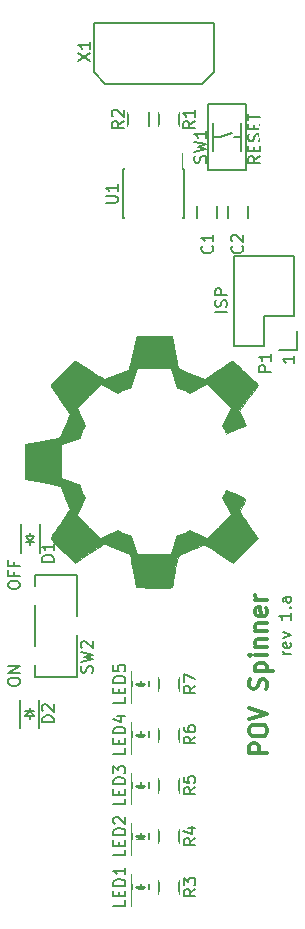
<source format=gto>
G04 #@! TF.GenerationSoftware,KiCad,Pcbnew,(2017-01-24 revision 0b6147e)-makepkg*
G04 #@! TF.CreationDate,2017-06-09T22:20:51-07:00*
G04 #@! TF.ProjectId,POVSpinner,504F565370696E6E65722E6B69636164,rev?*
G04 #@! TF.FileFunction,Legend,Top*
G04 #@! TF.FilePolarity,Positive*
%FSLAX46Y46*%
G04 Gerber Fmt 4.6, Leading zero omitted, Abs format (unit mm)*
G04 Created by KiCad (PCBNEW (2017-01-24 revision 0b6147e)-makepkg) date 06/09/17 22:20:51*
%MOMM*%
%LPD*%
G01*
G04 APERTURE LIST*
%ADD10C,0.100000*%
%ADD11C,0.150000*%
%ADD12C,0.300000*%
%ADD13C,0.010000*%
%ADD14C,0.127000*%
%ADD15C,0.007620*%
%ADD16C,0.152400*%
%ADD17R,1.000000X1.950000*%
%ADD18C,3.500000*%
%ADD19R,1.650000X1.400000*%
%ADD20R,1.598880X1.598880*%
%ADD21R,1.700000X1.100000*%
%ADD22R,0.901700X1.303020*%
%ADD23R,1.800000X1.600000*%
%ADD24C,1.300000*%
%ADD25C,1.504000*%
%ADD26C,1.650006*%
%ADD27R,2.299920X2.299920*%
%ADD28R,0.652780X1.602740*%
%ADD29C,1.900000*%
%ADD30C,13.100000*%
%ADD31R,2.127200X2.127200*%
%ADD32O,2.127200X2.127200*%
%ADD33R,1.230000X1.030000*%
G04 APERTURE END LIST*
D10*
D11*
X136432380Y-77134285D02*
X136432380Y-77705714D01*
X136432380Y-77420000D02*
X135432380Y-77420000D01*
X135575238Y-77515238D01*
X135670476Y-77610476D01*
X135718095Y-77705714D01*
X136132380Y-102398571D02*
X135465714Y-102398571D01*
X135656190Y-102398571D02*
X135560952Y-102350952D01*
X135513333Y-102303333D01*
X135465714Y-102208095D01*
X135465714Y-102112857D01*
X136084761Y-101398571D02*
X136132380Y-101493809D01*
X136132380Y-101684285D01*
X136084761Y-101779523D01*
X135989523Y-101827142D01*
X135608571Y-101827142D01*
X135513333Y-101779523D01*
X135465714Y-101684285D01*
X135465714Y-101493809D01*
X135513333Y-101398571D01*
X135608571Y-101350952D01*
X135703809Y-101350952D01*
X135799047Y-101827142D01*
X135465714Y-101017619D02*
X136132380Y-100779523D01*
X135465714Y-100541428D01*
X136132380Y-98874761D02*
X136132380Y-99446190D01*
X136132380Y-99160476D02*
X135132380Y-99160476D01*
X135275238Y-99255714D01*
X135370476Y-99350952D01*
X135418095Y-99446190D01*
X136037142Y-98446190D02*
X136084761Y-98398571D01*
X136132380Y-98446190D01*
X136084761Y-98493809D01*
X136037142Y-98446190D01*
X136132380Y-98446190D01*
X136132380Y-97541428D02*
X135608571Y-97541428D01*
X135513333Y-97589047D01*
X135465714Y-97684285D01*
X135465714Y-97874761D01*
X135513333Y-97970000D01*
X136084761Y-97541428D02*
X136132380Y-97636666D01*
X136132380Y-97874761D01*
X136084761Y-97970000D01*
X135989523Y-98017619D01*
X135894285Y-98017619D01*
X135799047Y-97970000D01*
X135751428Y-97874761D01*
X135751428Y-97636666D01*
X135703809Y-97541428D01*
D12*
X134118571Y-110767142D02*
X132618571Y-110767142D01*
X132618571Y-110195714D01*
X132690000Y-110052857D01*
X132761428Y-109981428D01*
X132904285Y-109910000D01*
X133118571Y-109910000D01*
X133261428Y-109981428D01*
X133332857Y-110052857D01*
X133404285Y-110195714D01*
X133404285Y-110767142D01*
X132618571Y-108981428D02*
X132618571Y-108695714D01*
X132690000Y-108552857D01*
X132832857Y-108410000D01*
X133118571Y-108338571D01*
X133618571Y-108338571D01*
X133904285Y-108410000D01*
X134047142Y-108552857D01*
X134118571Y-108695714D01*
X134118571Y-108981428D01*
X134047142Y-109124285D01*
X133904285Y-109267142D01*
X133618571Y-109338571D01*
X133118571Y-109338571D01*
X132832857Y-109267142D01*
X132690000Y-109124285D01*
X132618571Y-108981428D01*
X132618571Y-107910000D02*
X134118571Y-107410000D01*
X132618571Y-106910000D01*
X134047142Y-105338571D02*
X134118571Y-105124285D01*
X134118571Y-104767142D01*
X134047142Y-104624285D01*
X133975714Y-104552857D01*
X133832857Y-104481428D01*
X133690000Y-104481428D01*
X133547142Y-104552857D01*
X133475714Y-104624285D01*
X133404285Y-104767142D01*
X133332857Y-105052857D01*
X133261428Y-105195714D01*
X133190000Y-105267142D01*
X133047142Y-105338571D01*
X132904285Y-105338571D01*
X132761428Y-105267142D01*
X132690000Y-105195714D01*
X132618571Y-105052857D01*
X132618571Y-104695714D01*
X132690000Y-104481428D01*
X133118571Y-103838571D02*
X134618571Y-103838571D01*
X133190000Y-103838571D02*
X133118571Y-103695714D01*
X133118571Y-103410000D01*
X133190000Y-103267142D01*
X133261428Y-103195714D01*
X133404285Y-103124285D01*
X133832857Y-103124285D01*
X133975714Y-103195714D01*
X134047142Y-103267142D01*
X134118571Y-103410000D01*
X134118571Y-103695714D01*
X134047142Y-103838571D01*
X134118571Y-102481428D02*
X133118571Y-102481428D01*
X132618571Y-102481428D02*
X132690000Y-102552857D01*
X132761428Y-102481428D01*
X132690000Y-102410000D01*
X132618571Y-102481428D01*
X132761428Y-102481428D01*
X133118571Y-101767142D02*
X134118571Y-101767142D01*
X133261428Y-101767142D02*
X133190000Y-101695714D01*
X133118571Y-101552857D01*
X133118571Y-101338571D01*
X133190000Y-101195714D01*
X133332857Y-101124285D01*
X134118571Y-101124285D01*
X133118571Y-100410000D02*
X134118571Y-100410000D01*
X133261428Y-100410000D02*
X133190000Y-100338571D01*
X133118571Y-100195714D01*
X133118571Y-99981428D01*
X133190000Y-99838571D01*
X133332857Y-99767142D01*
X134118571Y-99767142D01*
X134047142Y-98481428D02*
X134118571Y-98624285D01*
X134118571Y-98910000D01*
X134047142Y-99052857D01*
X133904285Y-99124285D01*
X133332857Y-99124285D01*
X133190000Y-99052857D01*
X133118571Y-98910000D01*
X133118571Y-98624285D01*
X133190000Y-98481428D01*
X133332857Y-98410000D01*
X133475714Y-98410000D01*
X133618571Y-99124285D01*
X134118571Y-97767142D02*
X133118571Y-97767142D01*
X133404285Y-97767142D02*
X133261428Y-97695714D01*
X133190000Y-97624285D01*
X133118571Y-97481428D01*
X133118571Y-97338571D01*
D11*
X130712380Y-73416190D02*
X129712380Y-73416190D01*
X130664761Y-72987619D02*
X130712380Y-72844761D01*
X130712380Y-72606666D01*
X130664761Y-72511428D01*
X130617142Y-72463809D01*
X130521904Y-72416190D01*
X130426666Y-72416190D01*
X130331428Y-72463809D01*
X130283809Y-72511428D01*
X130236190Y-72606666D01*
X130188571Y-72797142D01*
X130140952Y-72892380D01*
X130093333Y-72940000D01*
X129998095Y-72987619D01*
X129902857Y-72987619D01*
X129807619Y-72940000D01*
X129760000Y-72892380D01*
X129712380Y-72797142D01*
X129712380Y-72559047D01*
X129760000Y-72416190D01*
X130712380Y-71987619D02*
X129712380Y-71987619D01*
X129712380Y-71606666D01*
X129760000Y-71511428D01*
X129807619Y-71463809D01*
X129902857Y-71416190D01*
X130045714Y-71416190D01*
X130140952Y-71463809D01*
X130188571Y-71511428D01*
X130236190Y-71606666D01*
X130236190Y-71987619D01*
X112192380Y-104797619D02*
X112192380Y-104607142D01*
X112240000Y-104511904D01*
X112335238Y-104416666D01*
X112525714Y-104369047D01*
X112859047Y-104369047D01*
X113049523Y-104416666D01*
X113144761Y-104511904D01*
X113192380Y-104607142D01*
X113192380Y-104797619D01*
X113144761Y-104892857D01*
X113049523Y-104988095D01*
X112859047Y-105035714D01*
X112525714Y-105035714D01*
X112335238Y-104988095D01*
X112240000Y-104892857D01*
X112192380Y-104797619D01*
X113192380Y-103940476D02*
X112192380Y-103940476D01*
X113192380Y-103369047D01*
X112192380Y-103369047D01*
X112192380Y-96607142D02*
X112192380Y-96416666D01*
X112240000Y-96321428D01*
X112335238Y-96226190D01*
X112525714Y-96178571D01*
X112859047Y-96178571D01*
X113049523Y-96226190D01*
X113144761Y-96321428D01*
X113192380Y-96416666D01*
X113192380Y-96607142D01*
X113144761Y-96702380D01*
X113049523Y-96797619D01*
X112859047Y-96845238D01*
X112525714Y-96845238D01*
X112335238Y-96797619D01*
X112240000Y-96702380D01*
X112192380Y-96607142D01*
X112668571Y-95416666D02*
X112668571Y-95750000D01*
X113192380Y-95750000D02*
X112192380Y-95750000D01*
X112192380Y-95273809D01*
X112668571Y-94559523D02*
X112668571Y-94892857D01*
X113192380Y-94892857D02*
X112192380Y-94892857D01*
X112192380Y-94416666D01*
X133512380Y-60232380D02*
X133036190Y-60565714D01*
X133512380Y-60803809D02*
X132512380Y-60803809D01*
X132512380Y-60422857D01*
X132560000Y-60327619D01*
X132607619Y-60280000D01*
X132702857Y-60232380D01*
X132845714Y-60232380D01*
X132940952Y-60280000D01*
X132988571Y-60327619D01*
X133036190Y-60422857D01*
X133036190Y-60803809D01*
X132988571Y-59803809D02*
X132988571Y-59470476D01*
X133512380Y-59327619D02*
X133512380Y-59803809D01*
X132512380Y-59803809D01*
X132512380Y-59327619D01*
X133464761Y-58946666D02*
X133512380Y-58803809D01*
X133512380Y-58565714D01*
X133464761Y-58470476D01*
X133417142Y-58422857D01*
X133321904Y-58375238D01*
X133226666Y-58375238D01*
X133131428Y-58422857D01*
X133083809Y-58470476D01*
X133036190Y-58565714D01*
X132988571Y-58756190D01*
X132940952Y-58851428D01*
X132893333Y-58899047D01*
X132798095Y-58946666D01*
X132702857Y-58946666D01*
X132607619Y-58899047D01*
X132560000Y-58851428D01*
X132512380Y-58756190D01*
X132512380Y-58518095D01*
X132560000Y-58375238D01*
X132988571Y-57946666D02*
X132988571Y-57613333D01*
X133512380Y-57470476D02*
X133512380Y-57946666D01*
X132512380Y-57946666D01*
X132512380Y-57470476D01*
X132512380Y-57184761D02*
X132512380Y-56613333D01*
X133512380Y-56899047D02*
X132512380Y-56899047D01*
X127075000Y-61325000D02*
X126930000Y-61325000D01*
X127075000Y-65475000D02*
X126930000Y-65475000D01*
X121925000Y-65475000D02*
X122070000Y-65475000D01*
X121925000Y-61325000D02*
X122070000Y-61325000D01*
X127075000Y-61325000D02*
X127075000Y-65475000D01*
X121925000Y-61325000D02*
X121925000Y-65475000D01*
X126930000Y-61325000D02*
X126930000Y-59925000D01*
D13*
G36*
X114642333Y-84423284D02*
X115090432Y-84337041D01*
X115527187Y-84250559D01*
X115898126Y-84174757D01*
X116120665Y-84126951D01*
X116582997Y-84023000D01*
X116985915Y-83091666D01*
X117143126Y-82721412D01*
X117272089Y-82404632D01*
X117359342Y-82175307D01*
X117391417Y-82067992D01*
X117345893Y-81970820D01*
X117218298Y-81760823D01*
X117024820Y-81463087D01*
X116781643Y-81102697D01*
X116589667Y-80825366D01*
X116321453Y-80437856D01*
X116091164Y-80097627D01*
X115914968Y-79829178D01*
X115809031Y-79657005D01*
X115785333Y-79606645D01*
X115842849Y-79521825D01*
X115999065Y-79345183D01*
X116229482Y-79101071D01*
X116509602Y-78813840D01*
X116814926Y-78507841D01*
X117120956Y-78207425D01*
X117403193Y-77936943D01*
X117637138Y-77720746D01*
X117798294Y-77583185D01*
X117858343Y-77546119D01*
X117954653Y-77591015D01*
X118165511Y-77715031D01*
X118465296Y-77902283D01*
X118828384Y-78136885D01*
X119087333Y-78308000D01*
X119482514Y-78565834D01*
X119836356Y-78786353D01*
X120121805Y-78953497D01*
X120311811Y-79051205D01*
X120370618Y-79069881D01*
X120499541Y-79038042D01*
X120743346Y-78953167D01*
X121062664Y-78831368D01*
X121418122Y-78688759D01*
X121770352Y-78541450D01*
X122079981Y-78405554D01*
X122307639Y-78297184D01*
X122412129Y-78234404D01*
X122450575Y-78131888D01*
X122512669Y-77893006D01*
X122591376Y-77547924D01*
X122679662Y-77126806D01*
X122731387Y-76865279D01*
X122822112Y-76414216D01*
X122907450Y-76021883D01*
X122980321Y-75718503D01*
X123033648Y-75534301D01*
X123052512Y-75494287D01*
X123155986Y-75473019D01*
X123399826Y-75457098D01*
X123755125Y-75447384D01*
X124192974Y-75444739D01*
X124592614Y-75448437D01*
X126063636Y-75471666D01*
X126322518Y-76826271D01*
X126581399Y-78180875D01*
X127705309Y-78625188D01*
X128829218Y-79069500D01*
X129975154Y-78302543D01*
X130364897Y-78046294D01*
X130707553Y-77829678D01*
X130977882Y-77667967D01*
X131150647Y-77576428D01*
X131199252Y-77561959D01*
X131290528Y-77628549D01*
X131474510Y-77787865D01*
X131726403Y-78016335D01*
X132021411Y-78290389D01*
X132334736Y-78586452D01*
X132641583Y-78880954D01*
X132917155Y-79150321D01*
X133136656Y-79370983D01*
X133275289Y-79519366D01*
X133311333Y-79569761D01*
X133264806Y-79657513D01*
X133136360Y-79857896D01*
X132942699Y-80145893D01*
X132700527Y-80496487D01*
X132541064Y-80723404D01*
X131770794Y-81812768D01*
X132048688Y-82387203D01*
X132177061Y-82666247D01*
X132263411Y-82880938D01*
X132292011Y-82991480D01*
X132289791Y-82997266D01*
X132201293Y-83040844D01*
X131987304Y-83133323D01*
X131679752Y-83261218D01*
X131310568Y-83411040D01*
X131303608Y-83413833D01*
X130354216Y-83794773D01*
X130001306Y-83146886D01*
X129605211Y-82541374D01*
X129091401Y-81938011D01*
X128503217Y-81378786D01*
X127884002Y-80905683D01*
X127384667Y-80612042D01*
X126398338Y-80209988D01*
X125391968Y-79974495D01*
X124376029Y-79905563D01*
X123360992Y-80003194D01*
X122357329Y-80267385D01*
X121542667Y-80612042D01*
X120980190Y-80951700D01*
X120399907Y-81405097D01*
X119845293Y-81930707D01*
X119359818Y-82487004D01*
X118986956Y-83032464D01*
X118961540Y-83077557D01*
X118537995Y-84009547D01*
X118274079Y-84970910D01*
X118167120Y-85944709D01*
X118214448Y-86914009D01*
X118413392Y-87861874D01*
X118761280Y-88771367D01*
X119255442Y-89625552D01*
X119893206Y-90407494D01*
X120158823Y-90669333D01*
X120750857Y-91170717D01*
X121347143Y-91562971D01*
X122011605Y-91884688D01*
X122451884Y-92053623D01*
X122750240Y-92156566D01*
X122997865Y-92228615D01*
X123236567Y-92275258D01*
X123508156Y-92301985D01*
X123854442Y-92314283D01*
X124317234Y-92317641D01*
X124463667Y-92317727D01*
X124964077Y-92315809D01*
X125336977Y-92306397D01*
X125624173Y-92284001D01*
X125867478Y-92243132D01*
X126108699Y-92178303D01*
X126389648Y-92084024D01*
X126475449Y-92053623D01*
X127193220Y-91762623D01*
X127806610Y-91426886D01*
X128380495Y-91006795D01*
X128803161Y-90632201D01*
X129072846Y-90353870D01*
X129359529Y-90017240D01*
X129640741Y-89653854D01*
X129894015Y-89295251D01*
X130096883Y-88972974D01*
X130226877Y-88718564D01*
X130263333Y-88582369D01*
X130314272Y-88451380D01*
X130336233Y-88432939D01*
X130442988Y-88443559D01*
X130665017Y-88510010D01*
X130964025Y-88616772D01*
X131301718Y-88748327D01*
X131639801Y-88889157D01*
X131939981Y-89023742D01*
X132163963Y-89136565D01*
X132273453Y-89212106D01*
X132277806Y-89219752D01*
X132254590Y-89336799D01*
X132163292Y-89549615D01*
X132040162Y-89782379D01*
X131906563Y-90042418D01*
X131825293Y-90253610D01*
X131813012Y-90360130D01*
X131874749Y-90464608D01*
X132016702Y-90679323D01*
X132220324Y-90976964D01*
X132467071Y-91330219D01*
X132582929Y-91493987D01*
X132838039Y-91855034D01*
X133054140Y-92164343D01*
X133214097Y-92397116D01*
X133300779Y-92528557D01*
X133311333Y-92548270D01*
X133254425Y-92614321D01*
X133096558Y-92779833D01*
X132857017Y-93025038D01*
X132555090Y-93330171D01*
X132264038Y-93621655D01*
X131216743Y-94666435D01*
X130064941Y-93895551D01*
X129673704Y-93636767D01*
X129329638Y-93414964D01*
X129058007Y-93245972D01*
X128884075Y-93145621D01*
X128834600Y-93124666D01*
X128709486Y-93155645D01*
X128467419Y-93238546D01*
X128146077Y-93358313D01*
X127783136Y-93499894D01*
X127416273Y-93648234D01*
X127083165Y-93788279D01*
X126821488Y-93904975D01*
X126668919Y-93983267D01*
X126649170Y-93997875D01*
X126598021Y-94114025D01*
X126526559Y-94363988D01*
X126443073Y-94714677D01*
X126355853Y-95133007D01*
X126327026Y-95283666D01*
X126243932Y-95722248D01*
X126168508Y-96109703D01*
X126107668Y-96411284D01*
X126068321Y-96592245D01*
X126061372Y-96619094D01*
X126033142Y-96672952D01*
X125969121Y-96711471D01*
X125845619Y-96736603D01*
X125638946Y-96750302D01*
X125325415Y-96754520D01*
X124881334Y-96751212D01*
X124520849Y-96746094D01*
X123024333Y-96723000D01*
X122832349Y-95749333D01*
X122746056Y-95312329D01*
X122662240Y-94888984D01*
X122591790Y-94534238D01*
X122553294Y-94341353D01*
X122466224Y-93907040D01*
X121432005Y-93473520D01*
X121043926Y-93312765D01*
X120712240Y-93178984D01*
X120467990Y-93084430D01*
X120342215Y-93041358D01*
X120333911Y-93040000D01*
X120245740Y-93084826D01*
X120041626Y-93209006D01*
X119745934Y-93397097D01*
X119383031Y-93633654D01*
X119071472Y-93840215D01*
X117872908Y-94640431D01*
X117146621Y-93974505D01*
X116676791Y-93539479D01*
X116322742Y-93200419D01*
X116071710Y-92943061D01*
X115910932Y-92753144D01*
X115827644Y-92616404D01*
X115809082Y-92518579D01*
X115816515Y-92488196D01*
X115882251Y-92372794D01*
X116028024Y-92147067D01*
X116235482Y-91838506D01*
X116486275Y-91474603D01*
X116632199Y-91266270D01*
X116893782Y-90889526D01*
X117116613Y-90558329D01*
X117283876Y-90298499D01*
X117378754Y-90135855D01*
X117394000Y-90096690D01*
X117362767Y-89993463D01*
X117279673Y-89773327D01*
X117160626Y-89474554D01*
X117021535Y-89135416D01*
X116878308Y-88794186D01*
X116746852Y-88489135D01*
X116643076Y-88258536D01*
X116582888Y-88140661D01*
X116578661Y-88135130D01*
X116488356Y-88108875D01*
X116258817Y-88058680D01*
X115917556Y-87990099D01*
X115492085Y-87908687D01*
X115085575Y-87833693D01*
X113626333Y-87568791D01*
X113626333Y-84615666D01*
X114642333Y-84423284D01*
X114642333Y-84423284D01*
G37*
X114642333Y-84423284D02*
X115090432Y-84337041D01*
X115527187Y-84250559D01*
X115898126Y-84174757D01*
X116120665Y-84126951D01*
X116582997Y-84023000D01*
X116985915Y-83091666D01*
X117143126Y-82721412D01*
X117272089Y-82404632D01*
X117359342Y-82175307D01*
X117391417Y-82067992D01*
X117345893Y-81970820D01*
X117218298Y-81760823D01*
X117024820Y-81463087D01*
X116781643Y-81102697D01*
X116589667Y-80825366D01*
X116321453Y-80437856D01*
X116091164Y-80097627D01*
X115914968Y-79829178D01*
X115809031Y-79657005D01*
X115785333Y-79606645D01*
X115842849Y-79521825D01*
X115999065Y-79345183D01*
X116229482Y-79101071D01*
X116509602Y-78813840D01*
X116814926Y-78507841D01*
X117120956Y-78207425D01*
X117403193Y-77936943D01*
X117637138Y-77720746D01*
X117798294Y-77583185D01*
X117858343Y-77546119D01*
X117954653Y-77591015D01*
X118165511Y-77715031D01*
X118465296Y-77902283D01*
X118828384Y-78136885D01*
X119087333Y-78308000D01*
X119482514Y-78565834D01*
X119836356Y-78786353D01*
X120121805Y-78953497D01*
X120311811Y-79051205D01*
X120370618Y-79069881D01*
X120499541Y-79038042D01*
X120743346Y-78953167D01*
X121062664Y-78831368D01*
X121418122Y-78688759D01*
X121770352Y-78541450D01*
X122079981Y-78405554D01*
X122307639Y-78297184D01*
X122412129Y-78234404D01*
X122450575Y-78131888D01*
X122512669Y-77893006D01*
X122591376Y-77547924D01*
X122679662Y-77126806D01*
X122731387Y-76865279D01*
X122822112Y-76414216D01*
X122907450Y-76021883D01*
X122980321Y-75718503D01*
X123033648Y-75534301D01*
X123052512Y-75494287D01*
X123155986Y-75473019D01*
X123399826Y-75457098D01*
X123755125Y-75447384D01*
X124192974Y-75444739D01*
X124592614Y-75448437D01*
X126063636Y-75471666D01*
X126322518Y-76826271D01*
X126581399Y-78180875D01*
X127705309Y-78625188D01*
X128829218Y-79069500D01*
X129975154Y-78302543D01*
X130364897Y-78046294D01*
X130707553Y-77829678D01*
X130977882Y-77667967D01*
X131150647Y-77576428D01*
X131199252Y-77561959D01*
X131290528Y-77628549D01*
X131474510Y-77787865D01*
X131726403Y-78016335D01*
X132021411Y-78290389D01*
X132334736Y-78586452D01*
X132641583Y-78880954D01*
X132917155Y-79150321D01*
X133136656Y-79370983D01*
X133275289Y-79519366D01*
X133311333Y-79569761D01*
X133264806Y-79657513D01*
X133136360Y-79857896D01*
X132942699Y-80145893D01*
X132700527Y-80496487D01*
X132541064Y-80723404D01*
X131770794Y-81812768D01*
X132048688Y-82387203D01*
X132177061Y-82666247D01*
X132263411Y-82880938D01*
X132292011Y-82991480D01*
X132289791Y-82997266D01*
X132201293Y-83040844D01*
X131987304Y-83133323D01*
X131679752Y-83261218D01*
X131310568Y-83411040D01*
X131303608Y-83413833D01*
X130354216Y-83794773D01*
X130001306Y-83146886D01*
X129605211Y-82541374D01*
X129091401Y-81938011D01*
X128503217Y-81378786D01*
X127884002Y-80905683D01*
X127384667Y-80612042D01*
X126398338Y-80209988D01*
X125391968Y-79974495D01*
X124376029Y-79905563D01*
X123360992Y-80003194D01*
X122357329Y-80267385D01*
X121542667Y-80612042D01*
X120980190Y-80951700D01*
X120399907Y-81405097D01*
X119845293Y-81930707D01*
X119359818Y-82487004D01*
X118986956Y-83032464D01*
X118961540Y-83077557D01*
X118537995Y-84009547D01*
X118274079Y-84970910D01*
X118167120Y-85944709D01*
X118214448Y-86914009D01*
X118413392Y-87861874D01*
X118761280Y-88771367D01*
X119255442Y-89625552D01*
X119893206Y-90407494D01*
X120158823Y-90669333D01*
X120750857Y-91170717D01*
X121347143Y-91562971D01*
X122011605Y-91884688D01*
X122451884Y-92053623D01*
X122750240Y-92156566D01*
X122997865Y-92228615D01*
X123236567Y-92275258D01*
X123508156Y-92301985D01*
X123854442Y-92314283D01*
X124317234Y-92317641D01*
X124463667Y-92317727D01*
X124964077Y-92315809D01*
X125336977Y-92306397D01*
X125624173Y-92284001D01*
X125867478Y-92243132D01*
X126108699Y-92178303D01*
X126389648Y-92084024D01*
X126475449Y-92053623D01*
X127193220Y-91762623D01*
X127806610Y-91426886D01*
X128380495Y-91006795D01*
X128803161Y-90632201D01*
X129072846Y-90353870D01*
X129359529Y-90017240D01*
X129640741Y-89653854D01*
X129894015Y-89295251D01*
X130096883Y-88972974D01*
X130226877Y-88718564D01*
X130263333Y-88582369D01*
X130314272Y-88451380D01*
X130336233Y-88432939D01*
X130442988Y-88443559D01*
X130665017Y-88510010D01*
X130964025Y-88616772D01*
X131301718Y-88748327D01*
X131639801Y-88889157D01*
X131939981Y-89023742D01*
X132163963Y-89136565D01*
X132273453Y-89212106D01*
X132277806Y-89219752D01*
X132254590Y-89336799D01*
X132163292Y-89549615D01*
X132040162Y-89782379D01*
X131906563Y-90042418D01*
X131825293Y-90253610D01*
X131813012Y-90360130D01*
X131874749Y-90464608D01*
X132016702Y-90679323D01*
X132220324Y-90976964D01*
X132467071Y-91330219D01*
X132582929Y-91493987D01*
X132838039Y-91855034D01*
X133054140Y-92164343D01*
X133214097Y-92397116D01*
X133300779Y-92528557D01*
X133311333Y-92548270D01*
X133254425Y-92614321D01*
X133096558Y-92779833D01*
X132857017Y-93025038D01*
X132555090Y-93330171D01*
X132264038Y-93621655D01*
X131216743Y-94666435D01*
X130064941Y-93895551D01*
X129673704Y-93636767D01*
X129329638Y-93414964D01*
X129058007Y-93245972D01*
X128884075Y-93145621D01*
X128834600Y-93124666D01*
X128709486Y-93155645D01*
X128467419Y-93238546D01*
X128146077Y-93358313D01*
X127783136Y-93499894D01*
X127416273Y-93648234D01*
X127083165Y-93788279D01*
X126821488Y-93904975D01*
X126668919Y-93983267D01*
X126649170Y-93997875D01*
X126598021Y-94114025D01*
X126526559Y-94363988D01*
X126443073Y-94714677D01*
X126355853Y-95133007D01*
X126327026Y-95283666D01*
X126243932Y-95722248D01*
X126168508Y-96109703D01*
X126107668Y-96411284D01*
X126068321Y-96592245D01*
X126061372Y-96619094D01*
X126033142Y-96672952D01*
X125969121Y-96711471D01*
X125845619Y-96736603D01*
X125638946Y-96750302D01*
X125325415Y-96754520D01*
X124881334Y-96751212D01*
X124520849Y-96746094D01*
X123024333Y-96723000D01*
X122832349Y-95749333D01*
X122746056Y-95312329D01*
X122662240Y-94888984D01*
X122591790Y-94534238D01*
X122553294Y-94341353D01*
X122466224Y-93907040D01*
X121432005Y-93473520D01*
X121043926Y-93312765D01*
X120712240Y-93178984D01*
X120467990Y-93084430D01*
X120342215Y-93041358D01*
X120333911Y-93040000D01*
X120245740Y-93084826D01*
X120041626Y-93209006D01*
X119745934Y-93397097D01*
X119383031Y-93633654D01*
X119071472Y-93840215D01*
X117872908Y-94640431D01*
X117146621Y-93974505D01*
X116676791Y-93539479D01*
X116322742Y-93200419D01*
X116071710Y-92943061D01*
X115910932Y-92753144D01*
X115827644Y-92616404D01*
X115809082Y-92518579D01*
X115816515Y-92488196D01*
X115882251Y-92372794D01*
X116028024Y-92147067D01*
X116235482Y-91838506D01*
X116486275Y-91474603D01*
X116632199Y-91266270D01*
X116893782Y-90889526D01*
X117116613Y-90558329D01*
X117283876Y-90298499D01*
X117378754Y-90135855D01*
X117394000Y-90096690D01*
X117362767Y-89993463D01*
X117279673Y-89773327D01*
X117160626Y-89474554D01*
X117021535Y-89135416D01*
X116878308Y-88794186D01*
X116746852Y-88489135D01*
X116643076Y-88258536D01*
X116582888Y-88140661D01*
X116578661Y-88135130D01*
X116488356Y-88108875D01*
X116258817Y-88058680D01*
X115917556Y-87990099D01*
X115492085Y-87908687D01*
X115085575Y-87833693D01*
X113626333Y-87568791D01*
X113626333Y-84615666D01*
X114642333Y-84423284D01*
D11*
X128200000Y-64430000D02*
X128200000Y-65430000D01*
X129900000Y-65430000D02*
X129900000Y-64430000D01*
X132480000Y-65420000D02*
X132480000Y-64420000D01*
X130780000Y-64420000D02*
X130780000Y-65420000D01*
X124150000Y-123700000D02*
X124150000Y-121000000D01*
X122650000Y-123700000D02*
X122650000Y-121000000D01*
X123550000Y-122200000D02*
X123300000Y-122200000D01*
X123300000Y-122200000D02*
X123450000Y-122350000D01*
X123050000Y-122450000D02*
X123750000Y-122450000D01*
X123400000Y-122100000D02*
X123400000Y-121750000D01*
X123400000Y-122450000D02*
X123050000Y-122100000D01*
X123050000Y-122100000D02*
X123750000Y-122100000D01*
X123750000Y-122100000D02*
X123400000Y-122450000D01*
X123750000Y-117800000D02*
X123400000Y-118150000D01*
X123050000Y-117800000D02*
X123750000Y-117800000D01*
X123400000Y-118150000D02*
X123050000Y-117800000D01*
X123400000Y-117800000D02*
X123400000Y-117450000D01*
X123050000Y-118150000D02*
X123750000Y-118150000D01*
X123300000Y-117900000D02*
X123450000Y-118050000D01*
X123550000Y-117900000D02*
X123300000Y-117900000D01*
X122650000Y-119400000D02*
X122650000Y-116700000D01*
X124150000Y-119400000D02*
X124150000Y-116700000D01*
X124150000Y-115100000D02*
X124150000Y-112400000D01*
X122650000Y-115100000D02*
X122650000Y-112400000D01*
X123550000Y-113600000D02*
X123300000Y-113600000D01*
X123300000Y-113600000D02*
X123450000Y-113750000D01*
X123050000Y-113850000D02*
X123750000Y-113850000D01*
X123400000Y-113500000D02*
X123400000Y-113150000D01*
X123400000Y-113850000D02*
X123050000Y-113500000D01*
X123050000Y-113500000D02*
X123750000Y-113500000D01*
X123750000Y-113500000D02*
X123400000Y-113850000D01*
X123750000Y-109200000D02*
X123400000Y-109550000D01*
X123050000Y-109200000D02*
X123750000Y-109200000D01*
X123400000Y-109550000D02*
X123050000Y-109200000D01*
X123400000Y-109200000D02*
X123400000Y-108850000D01*
X123050000Y-109550000D02*
X123750000Y-109550000D01*
X123300000Y-109300000D02*
X123450000Y-109450000D01*
X123550000Y-109300000D02*
X123300000Y-109300000D01*
X122650000Y-110800000D02*
X122650000Y-108100000D01*
X124150000Y-110800000D02*
X124150000Y-108100000D01*
X124150000Y-106500000D02*
X124150000Y-103800000D01*
X122650000Y-106500000D02*
X122650000Y-103800000D01*
X123550000Y-105000000D02*
X123300000Y-105000000D01*
X123300000Y-105000000D02*
X123450000Y-105150000D01*
X123050000Y-105250000D02*
X123750000Y-105250000D01*
X123400000Y-104900000D02*
X123400000Y-104550000D01*
X123400000Y-105250000D02*
X123050000Y-104900000D01*
X123050000Y-104900000D02*
X123750000Y-104900000D01*
X123750000Y-104900000D02*
X123400000Y-105250000D01*
X126675000Y-56500000D02*
X126675000Y-57700000D01*
X124925000Y-57700000D02*
X124925000Y-56500000D01*
X122325000Y-57700000D02*
X122325000Y-56500000D01*
X124075000Y-56500000D02*
X124075000Y-57700000D01*
X126675000Y-121500000D02*
X126675000Y-122700000D01*
X124925000Y-122700000D02*
X124925000Y-121500000D01*
X124925000Y-118400000D02*
X124925000Y-117200000D01*
X126675000Y-117200000D02*
X126675000Y-118400000D01*
X126675000Y-112900000D02*
X126675000Y-114100000D01*
X124925000Y-114100000D02*
X124925000Y-112900000D01*
X124925000Y-109800000D02*
X124925000Y-108600000D01*
X126675000Y-108600000D02*
X126675000Y-109800000D01*
X126675000Y-104300000D02*
X126675000Y-105500000D01*
X124925000Y-105500000D02*
X124925000Y-104300000D01*
D14*
X132337660Y-55820920D02*
X132337660Y-61419080D01*
X132337660Y-61419080D02*
X129142340Y-61419080D01*
X129142340Y-61419080D02*
X129142340Y-55820920D01*
X129142340Y-55820920D02*
X132337660Y-55820920D01*
X131938880Y-57421120D02*
X131938880Y-58620000D01*
X131938880Y-58620000D02*
X131938880Y-59818880D01*
X129541120Y-57421120D02*
X129541120Y-58620000D01*
X129541120Y-58620000D02*
X129541120Y-59818880D01*
X129541120Y-58620000D02*
X130140560Y-58620000D01*
X131938880Y-58620000D02*
X131339440Y-58620000D01*
X130140560Y-58620000D02*
X131138780Y-58221220D01*
D11*
X114472000Y-95682000D02*
X114472000Y-96698000D01*
X114472000Y-98222000D02*
X114472000Y-101778000D01*
X118028000Y-104318000D02*
X118028000Y-100635000D01*
X114472000Y-104318000D02*
X118028000Y-104318000D01*
X114472000Y-103175000D02*
X114472000Y-104318000D01*
X118028000Y-95682000D02*
X114472000Y-95682000D01*
X118028000Y-99365000D02*
X118028000Y-95682000D01*
D15*
X128048380Y-50750980D02*
X128048380Y-50052480D01*
D14*
X119420000Y-53097940D02*
X119420000Y-48945040D01*
X120420760Y-54098700D02*
X119420000Y-53097940D01*
X128579240Y-54098700D02*
X120420760Y-54098700D01*
X129580000Y-53097940D02*
X128579240Y-54098700D01*
X129580000Y-48945040D02*
X129580000Y-53097940D01*
X129580000Y-48945040D02*
X119420000Y-48945040D01*
D11*
X130956895Y-86080000D02*
G75*
G03X130956895Y-86080000I-6406895J0D01*
G01*
X136360000Y-73780000D02*
X136360000Y-68700000D01*
X136640000Y-76600000D02*
X135090000Y-76600000D01*
X133820000Y-76320000D02*
X133820000Y-73780000D01*
X133820000Y-73780000D02*
X136360000Y-73780000D01*
X136360000Y-68700000D02*
X131280000Y-68700000D01*
X131280000Y-68700000D02*
X131280000Y-73780000D01*
X136640000Y-76600000D02*
X136640000Y-75050000D01*
X131280000Y-76320000D02*
X133820000Y-76320000D01*
X131280000Y-73780000D02*
X131280000Y-76320000D01*
X114050000Y-92400000D02*
X114050000Y-92150000D01*
X114050000Y-92900000D02*
X114050000Y-93150000D01*
X114050000Y-92900000D02*
X113700000Y-92400000D01*
X113700000Y-92400000D02*
X114400000Y-92400000D01*
X114400000Y-92400000D02*
X114050000Y-92900000D01*
X113700000Y-92900000D02*
X114400000Y-92900000D01*
X114850000Y-93793000D02*
X114850000Y-91393000D01*
X113250000Y-93793000D02*
X113250000Y-91393000D01*
X114800000Y-106257000D02*
X114800000Y-108657000D01*
X113200000Y-106257000D02*
X113200000Y-108657000D01*
X114350000Y-107150000D02*
X113650000Y-107150000D01*
X113650000Y-107650000D02*
X114000000Y-107150000D01*
X114350000Y-107650000D02*
X113650000Y-107650000D01*
X114000000Y-107150000D02*
X114350000Y-107650000D01*
X114000000Y-107150000D02*
X114000000Y-106900000D01*
X114000000Y-107650000D02*
X114000000Y-107900000D01*
X120452380Y-64161904D02*
X121261904Y-64161904D01*
X121357142Y-64114285D01*
X121404761Y-64066666D01*
X121452380Y-63971428D01*
X121452380Y-63780952D01*
X121404761Y-63685714D01*
X121357142Y-63638095D01*
X121261904Y-63590476D01*
X120452380Y-63590476D01*
X121452380Y-62590476D02*
X121452380Y-63161904D01*
X121452380Y-62876190D02*
X120452380Y-62876190D01*
X120595238Y-62971428D01*
X120690476Y-63066666D01*
X120738095Y-63161904D01*
X129447142Y-67816666D02*
X129494761Y-67864285D01*
X129542380Y-68007142D01*
X129542380Y-68102380D01*
X129494761Y-68245238D01*
X129399523Y-68340476D01*
X129304285Y-68388095D01*
X129113809Y-68435714D01*
X128970952Y-68435714D01*
X128780476Y-68388095D01*
X128685238Y-68340476D01*
X128590000Y-68245238D01*
X128542380Y-68102380D01*
X128542380Y-68007142D01*
X128590000Y-67864285D01*
X128637619Y-67816666D01*
X129542380Y-66864285D02*
X129542380Y-67435714D01*
X129542380Y-67150000D02*
X128542380Y-67150000D01*
X128685238Y-67245238D01*
X128780476Y-67340476D01*
X128828095Y-67435714D01*
X131987142Y-67816666D02*
X132034761Y-67864285D01*
X132082380Y-68007142D01*
X132082380Y-68102380D01*
X132034761Y-68245238D01*
X131939523Y-68340476D01*
X131844285Y-68388095D01*
X131653809Y-68435714D01*
X131510952Y-68435714D01*
X131320476Y-68388095D01*
X131225238Y-68340476D01*
X131130000Y-68245238D01*
X131082380Y-68102380D01*
X131082380Y-68007142D01*
X131130000Y-67864285D01*
X131177619Y-67816666D01*
X131177619Y-67435714D02*
X131130000Y-67388095D01*
X131082380Y-67292857D01*
X131082380Y-67054761D01*
X131130000Y-66959523D01*
X131177619Y-66911904D01*
X131272857Y-66864285D01*
X131368095Y-66864285D01*
X131510952Y-66911904D01*
X132082380Y-67483333D01*
X132082380Y-66864285D01*
X122102380Y-123219047D02*
X122102380Y-123695238D01*
X121102380Y-123695238D01*
X121578571Y-122885714D02*
X121578571Y-122552380D01*
X122102380Y-122409523D02*
X122102380Y-122885714D01*
X121102380Y-122885714D01*
X121102380Y-122409523D01*
X122102380Y-121980952D02*
X121102380Y-121980952D01*
X121102380Y-121742857D01*
X121150000Y-121600000D01*
X121245238Y-121504761D01*
X121340476Y-121457142D01*
X121530952Y-121409523D01*
X121673809Y-121409523D01*
X121864285Y-121457142D01*
X121959523Y-121504761D01*
X122054761Y-121600000D01*
X122102380Y-121742857D01*
X122102380Y-121980952D01*
X122102380Y-120457142D02*
X122102380Y-121028571D01*
X122102380Y-120742857D02*
X121102380Y-120742857D01*
X121245238Y-120838095D01*
X121340476Y-120933333D01*
X121388095Y-121028571D01*
X122102380Y-118919047D02*
X122102380Y-119395238D01*
X121102380Y-119395238D01*
X121578571Y-118585714D02*
X121578571Y-118252380D01*
X122102380Y-118109523D02*
X122102380Y-118585714D01*
X121102380Y-118585714D01*
X121102380Y-118109523D01*
X122102380Y-117680952D02*
X121102380Y-117680952D01*
X121102380Y-117442857D01*
X121150000Y-117300000D01*
X121245238Y-117204761D01*
X121340476Y-117157142D01*
X121530952Y-117109523D01*
X121673809Y-117109523D01*
X121864285Y-117157142D01*
X121959523Y-117204761D01*
X122054761Y-117300000D01*
X122102380Y-117442857D01*
X122102380Y-117680952D01*
X121197619Y-116728571D02*
X121150000Y-116680952D01*
X121102380Y-116585714D01*
X121102380Y-116347619D01*
X121150000Y-116252380D01*
X121197619Y-116204761D01*
X121292857Y-116157142D01*
X121388095Y-116157142D01*
X121530952Y-116204761D01*
X122102380Y-116776190D01*
X122102380Y-116157142D01*
X122102380Y-114619047D02*
X122102380Y-115095238D01*
X121102380Y-115095238D01*
X121578571Y-114285714D02*
X121578571Y-113952380D01*
X122102380Y-113809523D02*
X122102380Y-114285714D01*
X121102380Y-114285714D01*
X121102380Y-113809523D01*
X122102380Y-113380952D02*
X121102380Y-113380952D01*
X121102380Y-113142857D01*
X121150000Y-113000000D01*
X121245238Y-112904761D01*
X121340476Y-112857142D01*
X121530952Y-112809523D01*
X121673809Y-112809523D01*
X121864285Y-112857142D01*
X121959523Y-112904761D01*
X122054761Y-113000000D01*
X122102380Y-113142857D01*
X122102380Y-113380952D01*
X121102380Y-112476190D02*
X121102380Y-111857142D01*
X121483333Y-112190476D01*
X121483333Y-112047619D01*
X121530952Y-111952380D01*
X121578571Y-111904761D01*
X121673809Y-111857142D01*
X121911904Y-111857142D01*
X122007142Y-111904761D01*
X122054761Y-111952380D01*
X122102380Y-112047619D01*
X122102380Y-112333333D01*
X122054761Y-112428571D01*
X122007142Y-112476190D01*
X122102380Y-110319047D02*
X122102380Y-110795238D01*
X121102380Y-110795238D01*
X121578571Y-109985714D02*
X121578571Y-109652380D01*
X122102380Y-109509523D02*
X122102380Y-109985714D01*
X121102380Y-109985714D01*
X121102380Y-109509523D01*
X122102380Y-109080952D02*
X121102380Y-109080952D01*
X121102380Y-108842857D01*
X121150000Y-108700000D01*
X121245238Y-108604761D01*
X121340476Y-108557142D01*
X121530952Y-108509523D01*
X121673809Y-108509523D01*
X121864285Y-108557142D01*
X121959523Y-108604761D01*
X122054761Y-108700000D01*
X122102380Y-108842857D01*
X122102380Y-109080952D01*
X121435714Y-107652380D02*
X122102380Y-107652380D01*
X121054761Y-107890476D02*
X121769047Y-108128571D01*
X121769047Y-107509523D01*
X122102380Y-106019047D02*
X122102380Y-106495238D01*
X121102380Y-106495238D01*
X121578571Y-105685714D02*
X121578571Y-105352380D01*
X122102380Y-105209523D02*
X122102380Y-105685714D01*
X121102380Y-105685714D01*
X121102380Y-105209523D01*
X122102380Y-104780952D02*
X121102380Y-104780952D01*
X121102380Y-104542857D01*
X121150000Y-104400000D01*
X121245238Y-104304761D01*
X121340476Y-104257142D01*
X121530952Y-104209523D01*
X121673809Y-104209523D01*
X121864285Y-104257142D01*
X121959523Y-104304761D01*
X122054761Y-104400000D01*
X122102380Y-104542857D01*
X122102380Y-104780952D01*
X121102380Y-103304761D02*
X121102380Y-103780952D01*
X121578571Y-103828571D01*
X121530952Y-103780952D01*
X121483333Y-103685714D01*
X121483333Y-103447619D01*
X121530952Y-103352380D01*
X121578571Y-103304761D01*
X121673809Y-103257142D01*
X121911904Y-103257142D01*
X122007142Y-103304761D01*
X122054761Y-103352380D01*
X122102380Y-103447619D01*
X122102380Y-103685714D01*
X122054761Y-103780952D01*
X122007142Y-103828571D01*
X127992380Y-57266666D02*
X127516190Y-57600000D01*
X127992380Y-57838095D02*
X126992380Y-57838095D01*
X126992380Y-57457142D01*
X127040000Y-57361904D01*
X127087619Y-57314285D01*
X127182857Y-57266666D01*
X127325714Y-57266666D01*
X127420952Y-57314285D01*
X127468571Y-57361904D01*
X127516190Y-57457142D01*
X127516190Y-57838095D01*
X127992380Y-56314285D02*
X127992380Y-56885714D01*
X127992380Y-56600000D02*
X126992380Y-56600000D01*
X127135238Y-56695238D01*
X127230476Y-56790476D01*
X127278095Y-56885714D01*
X121972380Y-57236666D02*
X121496190Y-57570000D01*
X121972380Y-57808095D02*
X120972380Y-57808095D01*
X120972380Y-57427142D01*
X121020000Y-57331904D01*
X121067619Y-57284285D01*
X121162857Y-57236666D01*
X121305714Y-57236666D01*
X121400952Y-57284285D01*
X121448571Y-57331904D01*
X121496190Y-57427142D01*
X121496190Y-57808095D01*
X121067619Y-56855714D02*
X121020000Y-56808095D01*
X120972380Y-56712857D01*
X120972380Y-56474761D01*
X121020000Y-56379523D01*
X121067619Y-56331904D01*
X121162857Y-56284285D01*
X121258095Y-56284285D01*
X121400952Y-56331904D01*
X121972380Y-56903333D01*
X121972380Y-56284285D01*
X128052380Y-122266666D02*
X127576190Y-122600000D01*
X128052380Y-122838095D02*
X127052380Y-122838095D01*
X127052380Y-122457142D01*
X127100000Y-122361904D01*
X127147619Y-122314285D01*
X127242857Y-122266666D01*
X127385714Y-122266666D01*
X127480952Y-122314285D01*
X127528571Y-122361904D01*
X127576190Y-122457142D01*
X127576190Y-122838095D01*
X127052380Y-121933333D02*
X127052380Y-121314285D01*
X127433333Y-121647619D01*
X127433333Y-121504761D01*
X127480952Y-121409523D01*
X127528571Y-121361904D01*
X127623809Y-121314285D01*
X127861904Y-121314285D01*
X127957142Y-121361904D01*
X128004761Y-121409523D01*
X128052380Y-121504761D01*
X128052380Y-121790476D01*
X128004761Y-121885714D01*
X127957142Y-121933333D01*
X128052380Y-117966666D02*
X127576190Y-118300000D01*
X128052380Y-118538095D02*
X127052380Y-118538095D01*
X127052380Y-118157142D01*
X127100000Y-118061904D01*
X127147619Y-118014285D01*
X127242857Y-117966666D01*
X127385714Y-117966666D01*
X127480952Y-118014285D01*
X127528571Y-118061904D01*
X127576190Y-118157142D01*
X127576190Y-118538095D01*
X127385714Y-117109523D02*
X128052380Y-117109523D01*
X127004761Y-117347619D02*
X127719047Y-117585714D01*
X127719047Y-116966666D01*
X128052380Y-113666666D02*
X127576190Y-114000000D01*
X128052380Y-114238095D02*
X127052380Y-114238095D01*
X127052380Y-113857142D01*
X127100000Y-113761904D01*
X127147619Y-113714285D01*
X127242857Y-113666666D01*
X127385714Y-113666666D01*
X127480952Y-113714285D01*
X127528571Y-113761904D01*
X127576190Y-113857142D01*
X127576190Y-114238095D01*
X127052380Y-112761904D02*
X127052380Y-113238095D01*
X127528571Y-113285714D01*
X127480952Y-113238095D01*
X127433333Y-113142857D01*
X127433333Y-112904761D01*
X127480952Y-112809523D01*
X127528571Y-112761904D01*
X127623809Y-112714285D01*
X127861904Y-112714285D01*
X127957142Y-112761904D01*
X128004761Y-112809523D01*
X128052380Y-112904761D01*
X128052380Y-113142857D01*
X128004761Y-113238095D01*
X127957142Y-113285714D01*
X128052380Y-109366666D02*
X127576190Y-109700000D01*
X128052380Y-109938095D02*
X127052380Y-109938095D01*
X127052380Y-109557142D01*
X127100000Y-109461904D01*
X127147619Y-109414285D01*
X127242857Y-109366666D01*
X127385714Y-109366666D01*
X127480952Y-109414285D01*
X127528571Y-109461904D01*
X127576190Y-109557142D01*
X127576190Y-109938095D01*
X127052380Y-108509523D02*
X127052380Y-108700000D01*
X127100000Y-108795238D01*
X127147619Y-108842857D01*
X127290476Y-108938095D01*
X127480952Y-108985714D01*
X127861904Y-108985714D01*
X127957142Y-108938095D01*
X128004761Y-108890476D01*
X128052380Y-108795238D01*
X128052380Y-108604761D01*
X128004761Y-108509523D01*
X127957142Y-108461904D01*
X127861904Y-108414285D01*
X127623809Y-108414285D01*
X127528571Y-108461904D01*
X127480952Y-108509523D01*
X127433333Y-108604761D01*
X127433333Y-108795238D01*
X127480952Y-108890476D01*
X127528571Y-108938095D01*
X127623809Y-108985714D01*
X128052380Y-105066666D02*
X127576190Y-105400000D01*
X128052380Y-105638095D02*
X127052380Y-105638095D01*
X127052380Y-105257142D01*
X127100000Y-105161904D01*
X127147619Y-105114285D01*
X127242857Y-105066666D01*
X127385714Y-105066666D01*
X127480952Y-105114285D01*
X127528571Y-105161904D01*
X127576190Y-105257142D01*
X127576190Y-105638095D01*
X127052380Y-104733333D02*
X127052380Y-104066666D01*
X128052380Y-104495238D01*
D16*
X128901238Y-60764666D02*
X128949619Y-60619523D01*
X128949619Y-60377619D01*
X128901238Y-60280857D01*
X128852857Y-60232476D01*
X128756095Y-60184095D01*
X128659333Y-60184095D01*
X128562571Y-60232476D01*
X128514190Y-60280857D01*
X128465809Y-60377619D01*
X128417428Y-60571142D01*
X128369047Y-60667904D01*
X128320666Y-60716285D01*
X128223904Y-60764666D01*
X128127142Y-60764666D01*
X128030380Y-60716285D01*
X127982000Y-60667904D01*
X127933619Y-60571142D01*
X127933619Y-60329238D01*
X127982000Y-60184095D01*
X127933619Y-59845428D02*
X128949619Y-59603523D01*
X128223904Y-59410000D01*
X128949619Y-59216476D01*
X127933619Y-58974571D01*
X128949619Y-58055333D02*
X128949619Y-58635904D01*
X128949619Y-58345619D02*
X127933619Y-58345619D01*
X128078761Y-58442380D01*
X128175523Y-58539142D01*
X128223904Y-58635904D01*
D11*
X119294761Y-103933333D02*
X119342380Y-103790476D01*
X119342380Y-103552380D01*
X119294761Y-103457142D01*
X119247142Y-103409523D01*
X119151904Y-103361904D01*
X119056666Y-103361904D01*
X118961428Y-103409523D01*
X118913809Y-103457142D01*
X118866190Y-103552380D01*
X118818571Y-103742857D01*
X118770952Y-103838095D01*
X118723333Y-103885714D01*
X118628095Y-103933333D01*
X118532857Y-103933333D01*
X118437619Y-103885714D01*
X118390000Y-103838095D01*
X118342380Y-103742857D01*
X118342380Y-103504761D01*
X118390000Y-103361904D01*
X118342380Y-103028571D02*
X119342380Y-102790476D01*
X118628095Y-102600000D01*
X119342380Y-102409523D01*
X118342380Y-102171428D01*
X118437619Y-101838095D02*
X118390000Y-101790476D01*
X118342380Y-101695238D01*
X118342380Y-101457142D01*
X118390000Y-101361904D01*
X118437619Y-101314285D01*
X118532857Y-101266666D01*
X118628095Y-101266666D01*
X118770952Y-101314285D01*
X119342380Y-101885714D01*
X119342380Y-101266666D01*
D16*
X118143619Y-52122476D02*
X119159619Y-51445142D01*
X118143619Y-51445142D02*
X119159619Y-52122476D01*
X119159619Y-50525904D02*
X119159619Y-51106476D01*
X119159619Y-50816190D02*
X118143619Y-50816190D01*
X118288761Y-50912952D01*
X118385523Y-51009714D01*
X118433904Y-51106476D01*
D11*
X134422380Y-78468095D02*
X133422380Y-78468095D01*
X133422380Y-78087142D01*
X133470000Y-77991904D01*
X133517619Y-77944285D01*
X133612857Y-77896666D01*
X133755714Y-77896666D01*
X133850952Y-77944285D01*
X133898571Y-77991904D01*
X133946190Y-78087142D01*
X133946190Y-78468095D01*
X134422380Y-76944285D02*
X134422380Y-77515714D01*
X134422380Y-77230000D02*
X133422380Y-77230000D01*
X133565238Y-77325238D01*
X133660476Y-77420476D01*
X133708095Y-77515714D01*
X116052380Y-94538095D02*
X115052380Y-94538095D01*
X115052380Y-94300000D01*
X115100000Y-94157142D01*
X115195238Y-94061904D01*
X115290476Y-94014285D01*
X115480952Y-93966666D01*
X115623809Y-93966666D01*
X115814285Y-94014285D01*
X115909523Y-94061904D01*
X116004761Y-94157142D01*
X116052380Y-94300000D01*
X116052380Y-94538095D01*
X116052380Y-93014285D02*
X116052380Y-93585714D01*
X116052380Y-93300000D02*
X115052380Y-93300000D01*
X115195238Y-93395238D01*
X115290476Y-93490476D01*
X115338095Y-93585714D01*
X116052380Y-108138095D02*
X115052380Y-108138095D01*
X115052380Y-107900000D01*
X115100000Y-107757142D01*
X115195238Y-107661904D01*
X115290476Y-107614285D01*
X115480952Y-107566666D01*
X115623809Y-107566666D01*
X115814285Y-107614285D01*
X115909523Y-107661904D01*
X116004761Y-107757142D01*
X116052380Y-107900000D01*
X116052380Y-108138095D01*
X115147619Y-107185714D02*
X115100000Y-107138095D01*
X115052380Y-107042857D01*
X115052380Y-106804761D01*
X115100000Y-106709523D01*
X115147619Y-106661904D01*
X115242857Y-106614285D01*
X115338095Y-106614285D01*
X115480952Y-106661904D01*
X116052380Y-107233333D01*
X116052380Y-106614285D01*
%LPC*%
D17*
X126405000Y-60700000D03*
X125135000Y-60700000D03*
X123865000Y-60700000D03*
X122595000Y-60700000D03*
X122595000Y-66100000D03*
X123865000Y-66100000D03*
X125135000Y-66100000D03*
X126405000Y-66100000D03*
D18*
X135155000Y-58200000D03*
X114045000Y-58200000D03*
X135155000Y-113900000D03*
X114045000Y-113900000D03*
D19*
X129050000Y-65930000D03*
X129050000Y-63930000D03*
X131630000Y-63920000D03*
X131630000Y-65920000D03*
D20*
X123400000Y-121050980D03*
X123400000Y-123149020D03*
X123400000Y-118849020D03*
X123400000Y-116750980D03*
X123400000Y-112450980D03*
X123400000Y-114549020D03*
X123400000Y-110249020D03*
X123400000Y-108150980D03*
X123400000Y-103850980D03*
X123400000Y-105949020D03*
D21*
X125800000Y-58050000D03*
X125800000Y-56150000D03*
X123200000Y-56150000D03*
X123200000Y-58050000D03*
X125800000Y-123050000D03*
X125800000Y-121150000D03*
X125800000Y-116850000D03*
X125800000Y-118750000D03*
X125800000Y-114450000D03*
X125800000Y-112550000D03*
X125800000Y-108250000D03*
X125800000Y-110150000D03*
X125800000Y-105850000D03*
X125800000Y-103950000D03*
D22*
X131814420Y-56547360D03*
X131814420Y-60692640D03*
X129665580Y-56547360D03*
X129665580Y-60692640D03*
D23*
X114042740Y-97493020D03*
X114042740Y-102493020D03*
X118442740Y-99993020D03*
D24*
X116242740Y-96593020D03*
X116242740Y-103393020D03*
D25*
X127002060Y-53070000D03*
X122002060Y-53070000D03*
D26*
X121070000Y-50400000D03*
X127930000Y-50400000D03*
D27*
X123301120Y-50395380D03*
X125698880Y-50395380D03*
D28*
X123202060Y-53070000D03*
X123852300Y-53070000D03*
X124500000Y-53070000D03*
X125147700Y-53070000D03*
X125797940Y-53070000D03*
D29*
X124550000Y-79222000D03*
D10*
G36*
X126577486Y-80172000D02*
X122522514Y-80172000D01*
X123155848Y-78272000D01*
X125944152Y-78272000D01*
X126577486Y-80172000D01*
X126577486Y-80172000D01*
G37*
D30*
X124550000Y-86080000D03*
D29*
X124550000Y-92938000D03*
D10*
G36*
X122522514Y-91988000D02*
X126577486Y-91988000D01*
X125944152Y-93888000D01*
X123155848Y-93888000D01*
X122522514Y-91988000D01*
X122522514Y-91988000D01*
G37*
D29*
X119724000Y-81254000D03*
D10*
G36*
X121829401Y-80492102D02*
X118962102Y-83359401D01*
X118066434Y-81568063D01*
X120038063Y-79596434D01*
X121829401Y-80492102D01*
X121829401Y-80492102D01*
G37*
D29*
X129376000Y-81254000D03*
D10*
G36*
X130137898Y-83359401D02*
X127270599Y-80492102D01*
X129061937Y-79596434D01*
X131033566Y-81568063D01*
X130137898Y-83359401D01*
X130137898Y-83359401D01*
G37*
D29*
X119724000Y-90906000D03*
D10*
G36*
X118962102Y-88800599D02*
X121829401Y-91667898D01*
X120038063Y-92563566D01*
X118066434Y-90591937D01*
X118962102Y-88800599D01*
X118962102Y-88800599D01*
G37*
D29*
X129376000Y-90906000D03*
D10*
G36*
X127270599Y-91667898D02*
X130137898Y-88800599D01*
X131033566Y-90591937D01*
X129061937Y-92563566D01*
X127270599Y-91667898D01*
X127270599Y-91667898D01*
G37*
D29*
X117692000Y-86080000D03*
D10*
G36*
X118642000Y-84052514D02*
X118642000Y-88107486D01*
X116742000Y-87474152D01*
X116742000Y-84685848D01*
X118642000Y-84052514D01*
X118642000Y-84052514D01*
G37*
D31*
X135090000Y-75050000D03*
D32*
X132550000Y-75050000D03*
X135090000Y-72510000D03*
X132550000Y-72510000D03*
X135090000Y-69970000D03*
X132550000Y-69970000D03*
D33*
X114050000Y-93705000D03*
X114050000Y-91455000D03*
X114000000Y-108595000D03*
X114000000Y-106345000D03*
M02*

</source>
